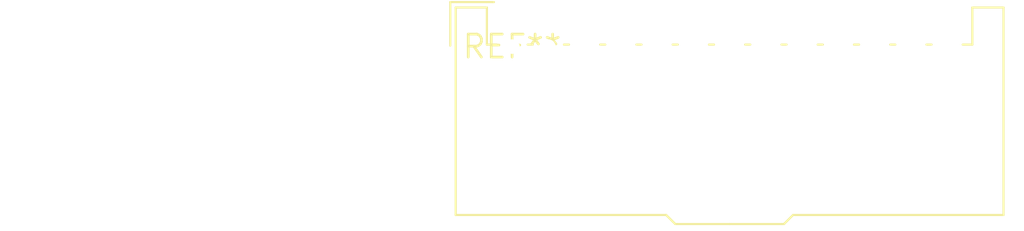
<source format=kicad_pcb>
(kicad_pcb (version 20240108) (generator pcbnew)
  (layers (0 "F.Cu" signal) (31 "B.Cu" signal) (34 "B.Paste" user) (35 "F.Paste" user) (36 "B.SilkS" user "B.Silkscreen") (37 "F.SilkS" user "F.Silkscreen") (38 "B.Mask" user) (39 "F.Mask" user) (44 "Edge.Cuts" user))
  (net 0 "")
  (footprint "Molex_MicroClasp_55935-1330_1x13_P2.00mm_Horizontal" (layer "F.Cu") (at 0 0)
    (property "Reference" "REF**")
    (property "Value" "Molex_MicroClasp_55935-1330_1x13_P2.00mm_Horizontal")
    (fp_line (start -3.41 -2.46) (end -1 -2.46) (layer "F.SilkS") (stroke (width 0.12)))
    (fp_line (start -3.41 -0.05) (end -3.41 -2.46) (layer "F.SilkS") (stroke (width 0.12)))
    (fp_line (start -3.11 -2.16) (end -1.39 -2.16) (layer "F.SilkS") (stroke (width 0.12)))
    (fp_line (start -3.11 9.31) (end -3.11 -2.16) (layer "F.SilkS") (stroke (width 0.12)))
    (fp_line (start -1.39 -2.16) (end -1.39 -0.11) (layer "F.SilkS") (stroke (width 0.12)))
    (fp_line (start -1.39 -0.11) (end -0.86 -0.11) (layer "F.SilkS") (stroke (width 0.12)))
    (fp_line (start 0.86 -0.11) (end 1.14 -0.11) (layer "F.SilkS") (stroke (width 0.12)))
    (fp_line (start 2.86 -0.11) (end 3.14 -0.11) (layer "F.SilkS") (stroke (width 0.12)))
    (fp_line (start 4.86 -0.11) (end 5.14 -0.11) (layer "F.SilkS") (stroke (width 0.12)))
    (fp_line (start 6.86 -0.11) (end 7.14 -0.11) (layer "F.SilkS") (stroke (width 0.12)))
    (fp_line (start 8.5 9.31) (end -3.11 9.31) (layer "F.SilkS") (stroke (width 0.12)))
    (fp_line (start 8.86 -0.11) (end 9.14 -0.11) (layer "F.SilkS") (stroke (width 0.12)))
    (fp_line (start 9 9.81) (end 8.5 9.31) (layer "F.SilkS") (stroke (width 0.12)))
    (fp_line (start 10.86 -0.11) (end 11.14 -0.11) (layer "F.SilkS") (stroke (width 0.12)))
    (fp_line (start 12 9.81) (end 9 9.81) (layer "F.SilkS") (stroke (width 0.12)))
    (fp_line (start 12 9.81) (end 15 9.81) (layer "F.SilkS") (stroke (width 0.12)))
    (fp_line (start 12.86 -0.11) (end 13.14 -0.11) (layer "F.SilkS") (stroke (width 0.12)))
    (fp_line (start 14.86 -0.11) (end 15.14 -0.11) (layer "F.SilkS") (stroke (width 0.12)))
    (fp_line (start 15 9.81) (end 15.5 9.31) (layer "F.SilkS") (stroke (width 0.12)))
    (fp_line (start 15.5 9.31) (end 27.11 9.31) (layer "F.SilkS") (stroke (width 0.12)))
    (fp_line (start 16.86 -0.11) (end 17.14 -0.11) (layer "F.SilkS") (stroke (width 0.12)))
    (fp_line (start 18.86 -0.11) (end 19.14 -0.11) (layer "F.SilkS") (stroke (width 0.12)))
    (fp_line (start 20.86 -0.11) (end 21.14 -0.11) (layer "F.SilkS") (stroke (width 0.12)))
    (fp_line (start 22.86 -0.11) (end 23.14 -0.11) (layer "F.SilkS") (stroke (width 0.12)))
    (fp_line (start 25.39 -2.16) (end 25.39 -0.11) (layer "F.SilkS") (stroke (width 0.12)))
    (fp_line (start 25.39 -0.11) (end 24.86 -0.11) (layer "F.SilkS") (stroke (width 0.12)))
    (fp_line (start 27.11 -2.16) (end 25.39 -2.16) (layer "F.SilkS") (stroke (width 0.12)))
    (fp_line (start 27.11 9.31) (end 27.11 -2.16) (layer "F.SilkS") (stroke (width 0.12)))
    (pad "1" thru_hole roundrect (at 0 0) (size 1.2 1.8) (drill 0.8) (layers *.Cu *.Mask) (remove_unused_layers) (roundrect_rratio 0.208333))
    (pad "2" thru_hole oval (at 2 0) (size 1.2 1.8) (drill 0.8) (layers *.Cu *.Mask) (remove_unused_layers))
    (pad "3" thru_hole oval (at 4 0) (size 1.2 1.8) (drill 0.8) (layers *.Cu *.Mask) (remove_unused_layers))
    (pad "4" thru_hole oval (at 6 0) (size 1.2 1.8) (drill 0.8) (layers *.Cu *.Mask) (remove_unused_layers))
    (pad "5" thru_hole oval (at 8 0) (size 1.2 1.8) (drill 0.8) (layers *.Cu *.Mask) (remove_unused_layers))
    (pad "6" thru_hole oval (at 10 0) (size 1.2 1.8) (drill 0.8) (layers *.Cu *.Mask) (remove_unused_layers))
    (pad "7" thru_hole oval (at 12 0) (size 1.2 1.8) (drill 0.8) (layers *.Cu *.Mask) (remove_unused_layers))
    (pad "8" thru_hole oval (at 14 0) (size 1.2 1.8) (drill 0.8) (layers *.Cu *.Mask) (remove_unused_layers))
    (pad "9" thru_hole oval (at 16 0) (size 1.2 1.8) (drill 0.8) (layers *.Cu *.Mask) (remove_unused_layers))
    (pad "10" thru_hole oval (at 18 0) (size 1.2 1.8) (drill 0.8) (layers *.Cu *.Mask) (remove_unused_layers))
    (pad "11" thru_hole oval (at 20 0) (size 1.2 1.8) (drill 0.8) (layers *.Cu *.Mask) (remove_unused_layers))
    (pad "12" thru_hole oval (at 22 0) (size 1.2 1.8) (drill 0.8) (layers *.Cu *.Mask) (remove_unused_layers))
    (pad "13" thru_hole oval (at 24 0) (size 1.2 1.8) (drill 0.8) (layers *.Cu *.Mask) (remove_unused_layers))
  )
)
</source>
